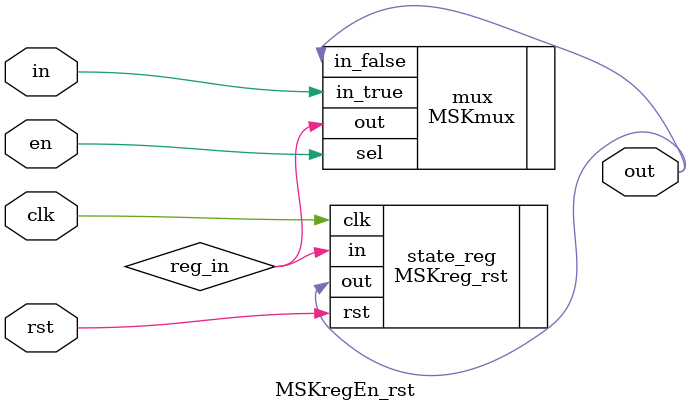
<source format=v>
(* fv_prop = "affine", fv_strat = "flatten", fv_order = d *)
module MSKregEn_rst #(parameter d=1, parameter count=1) (clk, rst, en, in, out);

(* fv_type = "clock" *)   input clk;	
(* fv_type = "control" *) input rst;	
(* fv_type = "control" *) input en;
(* fv_type = "sharing", fv_latency = 0 *) input  [count*d-1:0] in;	
(* fv_type = "sharing", fv_latency = 1 *) output [count*d-1:0] out;

wire [count*d-1:0] reg_in;

MSKmux #(.d(d), .count(count)) mux (.sel(en), .in_true(in), .in_false(out), .out(reg_in));
MSKreg_rst #(.d(d), .count(count)) state_reg (.clk(clk), .rst(rst), .in(reg_in), .out(out));

endmodule 


</source>
